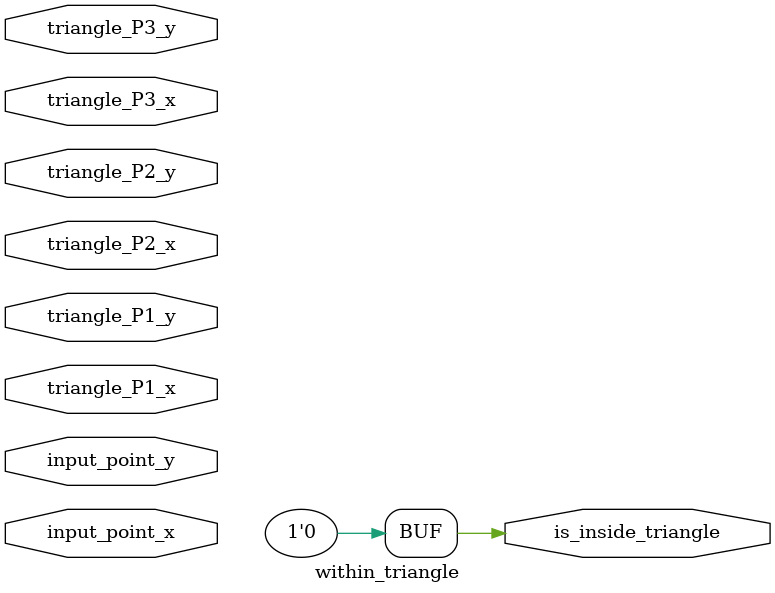
<source format=v>
module within_triangle(triangle_P1_x, triangle_P1_y,
                       triangle_P2_x, triangle_P2_y,
                       triangle_P3_x, triangle_P3_y,
                       input_point_x, input_point_y,
                       is_inside_triangle);

   // These params should be overridden by defparam when this is instantiated
   parameter MAX_RESOLUTION_X = 1920;
   parameter MAX_RESOLUTION_Y = 1080;

   input [$clog2(MAX_RESOLUTION_X)-1:0] triangle_P1_x;
   input [$clog2(MAX_RESOLUTION_Y)-1:0] triangle_P1_y;

   input [$clog2(MAX_RESOLUTION_X)-1:0] triangle_P2_x;
   input [$clog2(MAX_RESOLUTION_Y)-1:0] triangle_P2_y;

   input [$clog2(MAX_RESOLUTION_X)-1:0] triangle_P3_x;
   input [$clog2(MAX_RESOLUTION_Y)-1:0] triangle_P3_y;

   input [$clog2(MAX_RESOLUTION_X)-1:0] input_point_x;
   input [$clog2(MAX_RESOLUTION_Y)-1:0] input_point_y;

   output is_inside_triangle;
   
   // TODO: Remove this!! It's a temporary placeholder to always return 0.
   assign is_inside_triangle = 0;

   /*
   always begin
      
   end // initial begin
   */

endmodule // within_triangle

</source>
